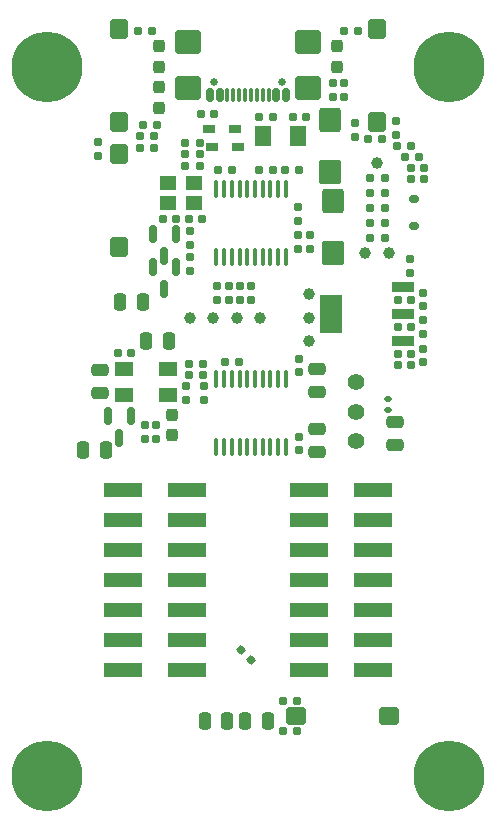
<source format=gbr>
%TF.GenerationSoftware,KiCad,Pcbnew,7.0.10*%
%TF.CreationDate,2024-01-15T20:05:46+01:00*%
%TF.ProjectId,tiny-scarab,74696e79-2d73-4636-9172-61622e6b6963,0.1*%
%TF.SameCoordinates,Original*%
%TF.FileFunction,Soldermask,Top*%
%TF.FilePolarity,Negative*%
%FSLAX46Y46*%
G04 Gerber Fmt 4.6, Leading zero omitted, Abs format (unit mm)*
G04 Created by KiCad (PCBNEW 7.0.10) date 2024-01-15 20:05:46*
%MOMM*%
%LPD*%
G01*
G04 APERTURE LIST*
G04 Aperture macros list*
%AMRoundRect*
0 Rectangle with rounded corners*
0 $1 Rounding radius*
0 $2 $3 $4 $5 $6 $7 $8 $9 X,Y pos of 4 corners*
0 Add a 4 corners polygon primitive as box body*
4,1,4,$2,$3,$4,$5,$6,$7,$8,$9,$2,$3,0*
0 Add four circle primitives for the rounded corners*
1,1,$1+$1,$2,$3*
1,1,$1+$1,$4,$5*
1,1,$1+$1,$6,$7*
1,1,$1+$1,$8,$9*
0 Add four rect primitives between the rounded corners*
20,1,$1+$1,$2,$3,$4,$5,0*
20,1,$1+$1,$4,$5,$6,$7,0*
20,1,$1+$1,$6,$7,$8,$9,0*
20,1,$1+$1,$8,$9,$2,$3,0*%
G04 Aperture macros list end*
%ADD10C,6.000000*%
%ADD11RoundRect,0.155000X0.212500X0.155000X-0.212500X0.155000X-0.212500X-0.155000X0.212500X-0.155000X0*%
%ADD12RoundRect,0.160000X-0.197500X-0.160000X0.197500X-0.160000X0.197500X0.160000X-0.197500X0.160000X0*%
%ADD13RoundRect,0.250000X-0.650000X0.800000X-0.650000X-0.800000X0.650000X-0.800000X0.650000X0.800000X0*%
%ADD14RoundRect,0.100000X-0.800000X0.950000X-0.800000X-0.950000X0.800000X-0.950000X0.800000X0.950000X0*%
%ADD15RoundRect,0.160000X-0.160000X0.197500X-0.160000X-0.197500X0.160000X-0.197500X0.160000X0.197500X0*%
%ADD16RoundRect,0.155000X-0.155000X0.212500X-0.155000X-0.212500X0.155000X-0.212500X0.155000X0.212500X0*%
%ADD17RoundRect,0.150000X-0.150000X0.587500X-0.150000X-0.587500X0.150000X-0.587500X0.150000X0.587500X0*%
%ADD18RoundRect,0.155000X-0.212500X-0.155000X0.212500X-0.155000X0.212500X0.155000X-0.212500X0.155000X0*%
%ADD19RoundRect,0.155000X0.155000X-0.212500X0.155000X0.212500X-0.155000X0.212500X-0.155000X-0.212500X0*%
%ADD20RoundRect,0.108750X0.191250X-0.108750X0.191250X0.108750X-0.191250X0.108750X-0.191250X-0.108750X0*%
%ADD21RoundRect,0.042240X0.459760X0.309760X-0.459760X0.309760X-0.459760X-0.309760X0.459760X-0.309760X0*%
%ADD22RoundRect,0.250000X-0.250000X-0.475000X0.250000X-0.475000X0.250000X0.475000X-0.250000X0.475000X0*%
%ADD23RoundRect,0.200000X0.550000X-0.625000X0.550000X0.625000X-0.550000X0.625000X-0.550000X-0.625000X0*%
%ADD24RoundRect,0.250000X-0.475000X0.250000X-0.475000X-0.250000X0.475000X-0.250000X0.475000X0.250000X0*%
%ADD25RoundRect,0.250001X-0.462499X-0.624999X0.462499X-0.624999X0.462499X0.624999X-0.462499X0.624999X0*%
%ADD26R,1.900000X0.950000*%
%ADD27R,1.900000X3.250000*%
%ADD28C,1.400000*%
%ADD29RoundRect,0.100000X0.100000X-0.637500X0.100000X0.637500X-0.100000X0.637500X-0.100000X-0.637500X0*%
%ADD30C,0.990600*%
%ADD31C,0.787400*%
%ADD32RoundRect,0.250000X0.475000X-0.250000X0.475000X0.250000X-0.475000X0.250000X-0.475000X-0.250000X0*%
%ADD33C,1.000000*%
%ADD34RoundRect,0.250000X0.250000X0.475000X-0.250000X0.475000X-0.250000X-0.475000X0.250000X-0.475000X0*%
%ADD35RoundRect,0.160000X-0.252791X0.026517X0.026517X-0.252791X0.252791X-0.026517X-0.026517X0.252791X0*%
%ADD36RoundRect,0.160000X0.197500X0.160000X-0.197500X0.160000X-0.197500X-0.160000X0.197500X-0.160000X0*%
%ADD37RoundRect,0.237500X-0.237500X0.287500X-0.237500X-0.287500X0.237500X-0.287500X0.237500X0.287500X0*%
%ADD38RoundRect,0.200000X-0.550000X0.625000X-0.550000X-0.625000X0.550000X-0.625000X0.550000X0.625000X0*%
%ADD39RoundRect,0.160000X0.160000X-0.197500X0.160000X0.197500X-0.160000X0.197500X-0.160000X-0.197500X0*%
%ADD40R,1.400000X1.200000*%
%ADD41RoundRect,0.200000X-0.625000X-0.550000X0.625000X-0.550000X0.625000X0.550000X-0.625000X0.550000X0*%
%ADD42RoundRect,0.237500X0.237500X-0.287500X0.237500X0.287500X-0.237500X0.287500X-0.237500X-0.287500X0*%
%ADD43RoundRect,0.157500X-0.257500X0.157500X-0.257500X-0.157500X0.257500X-0.157500X0.257500X0.157500X0*%
%ADD44R,3.180000X1.270000*%
%ADD45RoundRect,0.100000X-0.100000X0.637500X-0.100000X-0.637500X0.100000X-0.637500X0.100000X0.637500X0*%
%ADD46C,0.650000*%
%ADD47RoundRect,0.150000X0.150000X0.421750X-0.150000X0.421750X-0.150000X-0.421750X0.150000X-0.421750X0*%
%ADD48RoundRect,0.150000X0.150000X0.425000X-0.150000X0.425000X-0.150000X-0.425000X0.150000X-0.425000X0*%
%ADD49RoundRect,0.075000X0.075000X0.500000X-0.075000X0.500000X-0.075000X-0.500000X0.075000X-0.500000X0*%
%ADD50RoundRect,0.250000X0.840000X0.750000X-0.840000X0.750000X-0.840000X-0.750000X0.840000X-0.750000X0*%
%ADD51R,1.600200X1.244600*%
G04 APERTURE END LIST*
D10*
%TO.C,J6*%
X78250000Y-28495000D03*
%TD*%
D11*
%TO.C,C15*%
X109089000Y-48228250D03*
X107954000Y-48228250D03*
%TD*%
D12*
%TO.C,R15*%
X86111750Y-35306000D03*
X87306750Y-35306000D03*
%TD*%
D13*
%TO.C,D1*%
X102171500Y-32947250D03*
D14*
X102171500Y-37347250D03*
%TD*%
D15*
%TO.C,R8*%
X99504500Y-42741250D03*
X99504500Y-43936250D03*
%TD*%
D16*
%TO.C,C27*%
X91503500Y-55534750D03*
X91503500Y-56669750D03*
%TD*%
D17*
%TO.C,Q3*%
X85309750Y-58022250D03*
X83409750Y-58022250D03*
X84359750Y-59897250D03*
%TD*%
D18*
%TO.C,C6*%
X107890500Y-35210750D03*
X109025500Y-35210750D03*
%TD*%
D19*
%TO.C,C11*%
X110077250Y-51081750D03*
X110077250Y-49946750D03*
%TD*%
D20*
%TO.C,F2*%
X107124500Y-57490500D03*
X107124500Y-56555500D03*
%TD*%
D21*
%TO.C,D3*%
X94159250Y-33718500D03*
X91959250Y-33718500D03*
%TD*%
D10*
%TO.C,J8*%
X78250000Y-88495000D03*
%TD*%
D22*
%TO.C,C18*%
X84425750Y-48387000D03*
X86325750Y-48387000D03*
%TD*%
D16*
%TO.C,C10*%
X110077250Y-52328000D03*
X110077250Y-53463000D03*
%TD*%
D23*
%TO.C,SW2*%
X106140250Y-33160000D03*
X106140250Y-25260000D03*
%TD*%
D15*
%TO.C,R12*%
X90328750Y-42360250D03*
X90328750Y-43555250D03*
%TD*%
D18*
%TO.C,C28*%
X93317250Y-53467000D03*
X94452250Y-53467000D03*
%TD*%
D24*
%TO.C,C31*%
X101060250Y-59152750D03*
X101060250Y-61052750D03*
%TD*%
D11*
%TO.C,C13*%
X109089000Y-52800250D03*
X107954000Y-52800250D03*
%TD*%
D16*
%TO.C,C33*%
X99599750Y-53185250D03*
X99599750Y-54320250D03*
%TD*%
D25*
%TO.C,F1*%
X96524750Y-34321750D03*
X99499750Y-34321750D03*
%TD*%
D11*
%TO.C,C24*%
X89150000Y-41338500D03*
X88015000Y-41338500D03*
%TD*%
D23*
%TO.C,SW3*%
X84359750Y-33160000D03*
X84359750Y-25260000D03*
%TD*%
D26*
%TO.C,U1*%
X108364750Y-51671250D03*
X108364750Y-49371250D03*
D27*
X102264750Y-49371250D03*
D26*
X108364750Y-47071250D03*
%TD*%
D28*
%TO.C,SW5*%
X104394000Y-55158000D03*
X104394000Y-57658000D03*
X104394000Y-60158000D03*
%TD*%
D11*
%TO.C,C42*%
X91404250Y-53625750D03*
X90269250Y-53625750D03*
%TD*%
D18*
%TO.C,C8*%
X109033500Y-37052250D03*
X110168500Y-37052250D03*
%TD*%
D29*
%TO.C,U2*%
X92579000Y-44582000D03*
X93229000Y-44582000D03*
X93879000Y-44582000D03*
X94529000Y-44582000D03*
X95179000Y-44582000D03*
X95829000Y-44582000D03*
X96479000Y-44582000D03*
X97129000Y-44582000D03*
X97779000Y-44582000D03*
X98429000Y-44582000D03*
X98429000Y-38857000D03*
X97779000Y-38857000D03*
X97129000Y-38857000D03*
X96479000Y-38857000D03*
X95829000Y-38857000D03*
X95179000Y-38857000D03*
X94529000Y-38857000D03*
X93879000Y-38857000D03*
X93229000Y-38857000D03*
X92579000Y-38857000D03*
%TD*%
D19*
%TO.C,C26*%
X90011250Y-56669750D03*
X90011250Y-55534750D03*
%TD*%
D10*
%TO.C,J7*%
X112250000Y-88495000D03*
%TD*%
D11*
%TO.C,C12*%
X109089000Y-53721000D03*
X107954000Y-53721000D03*
%TD*%
%TO.C,C41*%
X91404250Y-54546500D03*
X90269250Y-54546500D03*
%TD*%
D13*
%TO.C,D2*%
X102425500Y-39837000D03*
D14*
X102425500Y-44237000D03*
%TD*%
D19*
%TO.C,C17*%
X108997750Y-45906500D03*
X108997750Y-44771500D03*
%TD*%
D30*
%TO.C,J2*%
X106203750Y-36639500D03*
X107219750Y-44259500D03*
X105187750Y-44259500D03*
D31*
X105568750Y-37909500D03*
X105568750Y-39179500D03*
X105568750Y-40449500D03*
X105568750Y-41719500D03*
X105568750Y-42989500D03*
X106838750Y-42989500D03*
X106838750Y-41719500D03*
X106838750Y-40449500D03*
X106838750Y-39179500D03*
X106838750Y-37909500D03*
%TD*%
D18*
%TO.C,C29*%
X98238500Y-84709000D03*
X99373500Y-84709000D03*
%TD*%
D15*
%TO.C,R5*%
X95504000Y-47027500D03*
X95504000Y-48222500D03*
%TD*%
D32*
%TO.C,C37*%
X82708750Y-56068000D03*
X82708750Y-54168000D03*
%TD*%
D18*
%TO.C,C5*%
X105445750Y-34544000D03*
X106580750Y-34544000D03*
%TD*%
D33*
%TO.C,TP5*%
X90297000Y-49720500D03*
%TD*%
D34*
%TO.C,C38*%
X83182500Y-60928250D03*
X81282500Y-60928250D03*
%TD*%
D33*
%TO.C,TP6*%
X92297250Y-49720500D03*
%TD*%
D18*
%TO.C,C20*%
X96206500Y-37179250D03*
X97341500Y-37179250D03*
%TD*%
D15*
%TO.C,R7*%
X93599000Y-47027500D03*
X93599000Y-48222500D03*
%TD*%
D35*
%TO.C,R22*%
X94668754Y-77841254D03*
X95513746Y-78686246D03*
%TD*%
D24*
%TO.C,C32*%
X107664250Y-58549500D03*
X107664250Y-60449500D03*
%TD*%
D18*
%TO.C,C9*%
X109033500Y-37973000D03*
X110168500Y-37973000D03*
%TD*%
D36*
%TO.C,R13*%
X87529000Y-33401000D03*
X86334000Y-33401000D03*
%TD*%
%TO.C,R14*%
X87306750Y-34353500D03*
X86111750Y-34353500D03*
%TD*%
D33*
%TO.C,TP1*%
X100393500Y-51720750D03*
%TD*%
D37*
%TO.C,LED3*%
X87693500Y-26747500D03*
X87693500Y-28497500D03*
%TD*%
%TO.C,LED1*%
X102806500Y-26747500D03*
X102806500Y-28497500D03*
%TD*%
D11*
%TO.C,C36*%
X85371750Y-52705000D03*
X84236750Y-52705000D03*
%TD*%
D17*
%TO.C,Q1*%
X89119750Y-42655250D03*
X87219750Y-42655250D03*
X88169750Y-44530250D03*
%TD*%
D38*
%TO.C,SW1*%
X84359750Y-35864500D03*
X84359750Y-43764500D03*
%TD*%
D22*
%TO.C,C40*%
X95030250Y-83820000D03*
X96930250Y-83820000D03*
%TD*%
D39*
%TO.C,R4*%
X92646500Y-48222500D03*
X92646500Y-47027500D03*
%TD*%
D12*
%TO.C,R18*%
X89953500Y-35877500D03*
X91148500Y-35877500D03*
%TD*%
D11*
%TO.C,C21*%
X99532250Y-37179250D03*
X98397250Y-37179250D03*
%TD*%
D19*
%TO.C,C34*%
X99599750Y-60956000D03*
X99599750Y-59821000D03*
%TD*%
D10*
%TO.C,J5*%
X112250000Y-28495000D03*
%TD*%
D39*
%TO.C,R6*%
X94551500Y-48222500D03*
X94551500Y-47027500D03*
%TD*%
D33*
%TO.C,TP4*%
X96297750Y-49720500D03*
%TD*%
D32*
%TO.C,C30*%
X101060250Y-55972750D03*
X101060250Y-54072750D03*
%TD*%
D39*
%TO.C,R3*%
X102425500Y-31014000D03*
X102425500Y-29819000D03*
%TD*%
D15*
%TO.C,R25*%
X87471250Y-58806750D03*
X87471250Y-60001750D03*
%TD*%
D36*
%TO.C,R2*%
X87148000Y-25400000D03*
X85953000Y-25400000D03*
%TD*%
D40*
%TO.C,XTAL1*%
X90635000Y-38266000D03*
X88435000Y-38266000D03*
X88435000Y-39966000D03*
X90635000Y-39966000D03*
%TD*%
D18*
%TO.C,C7*%
X108557250Y-36131500D03*
X109692250Y-36131500D03*
%TD*%
D36*
%TO.C,R17*%
X91148500Y-34925000D03*
X89953500Y-34925000D03*
%TD*%
D22*
%TO.C,C35*%
X86648250Y-51720750D03*
X88548250Y-51720750D03*
%TD*%
D39*
%TO.C,R24*%
X86518750Y-60001750D03*
X86518750Y-58806750D03*
%TD*%
D41*
%TO.C,SW4*%
X99269250Y-83439000D03*
X107169250Y-83439000D03*
%TD*%
D42*
%TO.C,LED4*%
X88773000Y-59676000D03*
X88773000Y-57926000D03*
%TD*%
D17*
%TO.C,Q2*%
X89119750Y-45385750D03*
X87219750Y-45385750D03*
X88169750Y-47260750D03*
%TD*%
D22*
%TO.C,C39*%
X91601250Y-83820000D03*
X93501250Y-83820000D03*
%TD*%
D12*
%TO.C,R1*%
X103352000Y-25400000D03*
X104547000Y-25400000D03*
%TD*%
D43*
%TO.C,D5*%
X109283500Y-39683750D03*
X109283500Y-41913750D03*
%TD*%
D11*
%TO.C,C14*%
X109089000Y-50514250D03*
X107954000Y-50514250D03*
%TD*%
D15*
%TO.C,R11*%
X90328750Y-44582750D03*
X90328750Y-45777750D03*
%TD*%
D39*
%TO.C,R10*%
X99504500Y-41555000D03*
X99504500Y-40360000D03*
%TD*%
D18*
%TO.C,C2*%
X91253500Y-32448500D03*
X92388500Y-32448500D03*
%TD*%
%TO.C,C19*%
X92745750Y-37179250D03*
X93880750Y-37179250D03*
%TD*%
D44*
%TO.C,J4*%
X100394000Y-64262000D03*
X105854000Y-64262000D03*
X100394000Y-66802000D03*
X105854000Y-66802000D03*
X100394000Y-69342000D03*
X105854000Y-69342000D03*
X100394000Y-71882000D03*
X105854000Y-71882000D03*
X100394000Y-74422000D03*
X105854000Y-74422000D03*
X100394000Y-76962000D03*
X105854000Y-76962000D03*
X100394000Y-79502000D03*
X105854000Y-79502000D03*
%TD*%
D33*
%TO.C,TP2*%
X100425250Y-49720500D03*
%TD*%
D45*
%TO.C,U3*%
X98429000Y-54922500D03*
X97779000Y-54922500D03*
X97129000Y-54922500D03*
X96479000Y-54922500D03*
X95829000Y-54922500D03*
X95179000Y-54922500D03*
X94529000Y-54922500D03*
X93879000Y-54922500D03*
X93229000Y-54922500D03*
X92579000Y-54922500D03*
X92579000Y-60647500D03*
X93229000Y-60647500D03*
X93879000Y-60647500D03*
X94529000Y-60647500D03*
X95179000Y-60647500D03*
X95829000Y-60647500D03*
X96479000Y-60647500D03*
X97129000Y-60647500D03*
X97779000Y-60647500D03*
X98429000Y-60647500D03*
%TD*%
D11*
%TO.C,C1*%
X97341500Y-32734250D03*
X96206500Y-32734250D03*
%TD*%
D21*
%TO.C,D4*%
X94381500Y-35242500D03*
X92181500Y-35242500D03*
%TD*%
D46*
%TO.C,J1*%
X98140000Y-29783000D03*
X92360000Y-29783000D03*
D47*
X98450000Y-30861250D03*
D48*
X97650000Y-30858000D03*
D49*
X96500000Y-30858000D03*
X95500000Y-30858000D03*
X95000000Y-30858000D03*
X94000000Y-30858000D03*
D48*
X92850000Y-30858000D03*
D47*
X92050000Y-30861250D03*
X92050000Y-30861250D03*
D48*
X92850000Y-30858000D03*
D49*
X93500000Y-30858000D03*
X94500000Y-30858000D03*
X96000000Y-30858000D03*
X97000000Y-30858000D03*
D48*
X97650000Y-30858000D03*
D47*
X98450000Y-30861250D03*
D50*
X100360000Y-30283000D03*
X100360000Y-26353000D03*
X90140000Y-30283000D03*
X90140000Y-26353000D03*
%TD*%
D11*
%TO.C,C3*%
X100167250Y-32734250D03*
X99032250Y-32734250D03*
%TD*%
D33*
%TO.C,TP3*%
X100425250Y-47720250D03*
%TD*%
D16*
%TO.C,C4*%
X104267000Y-33246250D03*
X104267000Y-34381250D03*
%TD*%
D18*
%TO.C,C25*%
X90237500Y-41338500D03*
X91372500Y-41338500D03*
%TD*%
D12*
%TO.C,R23*%
X98176750Y-82169000D03*
X99371750Y-82169000D03*
%TD*%
D16*
%TO.C,C16*%
X110077250Y-47629000D03*
X110077250Y-48764000D03*
%TD*%
D12*
%TO.C,R19*%
X89953500Y-36830000D03*
X91148500Y-36830000D03*
%TD*%
D39*
%TO.C,R9*%
X100457000Y-43936250D03*
X100457000Y-42741250D03*
%TD*%
D33*
%TO.C,TP7*%
X94297500Y-49720500D03*
%TD*%
D16*
%TO.C,C22*%
X82518250Y-34865500D03*
X82518250Y-36000500D03*
%TD*%
D15*
%TO.C,R16*%
X103409750Y-29819000D03*
X103409750Y-31014000D03*
%TD*%
D16*
%TO.C,C23*%
X107759500Y-33087500D03*
X107759500Y-34222500D03*
%TD*%
D51*
%TO.C,XTAL2*%
X88463999Y-54049750D03*
X84764001Y-54049750D03*
X84764001Y-56249750D03*
X88463999Y-56249750D03*
%TD*%
D37*
%TO.C,LED2*%
X87693500Y-30176500D03*
X87693500Y-31926500D03*
%TD*%
D44*
%TO.C,J3*%
X84646000Y-64262000D03*
X90106000Y-64262000D03*
X84646000Y-66802000D03*
X90106000Y-66802000D03*
X84646000Y-69342000D03*
X90106000Y-69342000D03*
X84646000Y-71882000D03*
X90106000Y-71882000D03*
X84646000Y-74422000D03*
X90106000Y-74422000D03*
X84646000Y-76962000D03*
X90106000Y-76962000D03*
X84646000Y-79502000D03*
X90106000Y-79502000D03*
%TD*%
M02*

</source>
